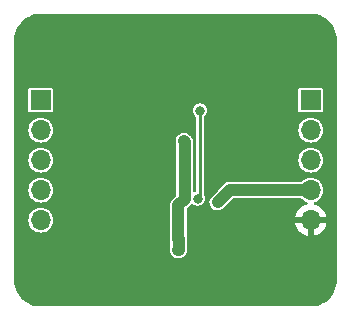
<source format=gbr>
%TF.GenerationSoftware,KiCad,Pcbnew,7.0.10*%
%TF.CreationDate,2024-05-08T17:05:56+09:00*%
%TF.ProjectId,CANFD_Module_withMCP2517FD&MCP2562FD,43414e46-445f-44d6-9f64-756c655f7769,rev?*%
%TF.SameCoordinates,Original*%
%TF.FileFunction,Copper,L2,Bot*%
%TF.FilePolarity,Positive*%
%FSLAX46Y46*%
G04 Gerber Fmt 4.6, Leading zero omitted, Abs format (unit mm)*
G04 Created by KiCad (PCBNEW 7.0.10) date 2024-05-08 17:05:56*
%MOMM*%
%LPD*%
G01*
G04 APERTURE LIST*
%TA.AperFunction,ComponentPad*%
%ADD10R,1.700000X1.700000*%
%TD*%
%TA.AperFunction,ComponentPad*%
%ADD11O,1.700000X1.700000*%
%TD*%
%TA.AperFunction,ViaPad*%
%ADD12C,0.800000*%
%TD*%
%TA.AperFunction,Conductor*%
%ADD13C,0.250000*%
%TD*%
%TA.AperFunction,Conductor*%
%ADD14C,1.000000*%
%TD*%
G04 APERTURE END LIST*
D10*
%TO.P,J2,1,Pin_1*%
%TO.N,CANH*%
X139700000Y-71125000D03*
D11*
%TO.P,J2,2,Pin_2*%
%TO.N,CANL*%
X139700000Y-73665000D03*
%TO.P,J2,3,Pin_3*%
%TO.N,unconnected-(J2-Pin_3-Pad3)*%
X139700000Y-76205000D03*
%TO.P,J2,4,Pin_4*%
%TO.N,+5V*%
X139700000Y-78745000D03*
%TO.P,J2,5,Pin_5*%
%TO.N,GND*%
X139700000Y-81285000D03*
%TD*%
%TO.P,J1,5,Pin_5*%
%TO.N,SPI_CS*%
X116840000Y-81285000D03*
%TO.P,J1,4,Pin_4*%
%TO.N,SPI_MISO*%
X116840000Y-78745000D03*
%TO.P,J1,3,Pin_3*%
%TO.N,SPI_MOSI*%
X116840000Y-76205000D03*
%TO.P,J1,2,Pin_2*%
%TO.N,SPI_SCK*%
X116840000Y-73665000D03*
D10*
%TO.P,J1,1,Pin_1*%
%TO.N,INT*%
X116840000Y-71125000D03*
%TD*%
D12*
%TO.N,CANTX*%
X130132000Y-79465000D03*
X130302000Y-72009000D03*
%TO.N,+5V*%
X131826000Y-79756000D03*
X132334000Y-79248000D03*
%TO.N,+3V3*%
X128492000Y-83820000D03*
X128492000Y-82889997D03*
X129032000Y-75438000D03*
X128966000Y-74596000D03*
X128492000Y-81959994D03*
%TO.N,+5V*%
X132842000Y-78740000D03*
%TD*%
D13*
%TO.N,CANTX*%
X130317259Y-79279741D02*
X130317259Y-73040259D01*
X130132000Y-79465000D02*
X130317259Y-79279741D01*
X130317259Y-72024259D02*
X130302000Y-72009000D01*
X130317259Y-73040259D02*
X130317259Y-72024259D01*
D14*
%TO.N,+3V3*%
X129032000Y-79502000D02*
X129032000Y-75438000D01*
X128492000Y-80042000D02*
X129032000Y-79502000D01*
X128492000Y-81959994D02*
X128492000Y-80042000D01*
X128492000Y-81959994D02*
X128492000Y-82889997D01*
X128492000Y-82889997D02*
X128524000Y-82921997D01*
X128524000Y-82921997D02*
X128524000Y-83788000D01*
X128524000Y-83788000D02*
X128492000Y-83820000D01*
%TO.N,+5V*%
X132334000Y-79248000D02*
X131826000Y-79756000D01*
X132842000Y-78740000D02*
X132334000Y-79248000D01*
%TO.N,+3V3*%
X129032000Y-75438000D02*
X129032000Y-74662000D01*
X129032000Y-74662000D02*
X128966000Y-74596000D01*
%TO.N,+5V*%
X139700000Y-78745000D02*
X132847000Y-78745000D01*
%TD*%
%TA.AperFunction,Conductor*%
%TO.N,GND*%
G36*
X139703736Y-63800726D02*
G01*
X139962457Y-63816375D01*
X139977320Y-63818180D01*
X140228575Y-63864225D01*
X140243097Y-63867804D01*
X140486990Y-63943803D01*
X140500967Y-63949104D01*
X140733915Y-64053946D01*
X140747161Y-64060898D01*
X140965768Y-64193051D01*
X140978079Y-64201549D01*
X141179161Y-64359086D01*
X141190369Y-64369016D01*
X141370983Y-64549630D01*
X141380913Y-64560838D01*
X141538446Y-64761914D01*
X141546952Y-64774237D01*
X141679098Y-64992832D01*
X141686057Y-65006091D01*
X141790893Y-65239028D01*
X141796199Y-65253018D01*
X141872191Y-65496886D01*
X141875774Y-65511424D01*
X141921819Y-65762679D01*
X141923624Y-65777544D01*
X141939274Y-66036263D01*
X141939500Y-66043750D01*
X141939500Y-86356249D01*
X141939274Y-86363736D01*
X141923624Y-86622455D01*
X141921819Y-86637320D01*
X141875774Y-86888575D01*
X141872191Y-86903113D01*
X141796203Y-87146970D01*
X141790893Y-87160971D01*
X141686057Y-87393908D01*
X141679098Y-87407167D01*
X141546952Y-87625762D01*
X141538446Y-87638085D01*
X141380913Y-87839161D01*
X141370983Y-87850369D01*
X141190369Y-88030983D01*
X141179161Y-88040913D01*
X140978085Y-88198446D01*
X140965762Y-88206952D01*
X140747167Y-88339098D01*
X140733908Y-88346057D01*
X140500971Y-88450893D01*
X140486975Y-88456200D01*
X140243113Y-88532191D01*
X140228575Y-88535774D01*
X139977320Y-88581819D01*
X139962455Y-88583624D01*
X139703736Y-88599274D01*
X139696249Y-88599500D01*
X116843751Y-88599500D01*
X116836264Y-88599274D01*
X116577544Y-88583624D01*
X116562679Y-88581819D01*
X116311424Y-88535774D01*
X116296890Y-88532192D01*
X116053018Y-88456199D01*
X116039028Y-88450893D01*
X115806091Y-88346057D01*
X115792832Y-88339098D01*
X115574237Y-88206952D01*
X115561914Y-88198446D01*
X115360838Y-88040913D01*
X115349630Y-88030983D01*
X115169016Y-87850369D01*
X115159086Y-87839161D01*
X115001553Y-87638085D01*
X114993051Y-87625768D01*
X114860898Y-87407161D01*
X114853946Y-87393915D01*
X114749104Y-87160967D01*
X114743803Y-87146990D01*
X114667804Y-86903097D01*
X114664225Y-86888575D01*
X114618180Y-86637320D01*
X114616375Y-86622455D01*
X114600726Y-86363736D01*
X114600500Y-86356249D01*
X114600500Y-83777394D01*
X127787642Y-83777394D01*
X127797914Y-83947196D01*
X127848522Y-84109606D01*
X127905189Y-84203345D01*
X127936530Y-84255188D01*
X128056811Y-84375469D01*
X128056813Y-84375470D01*
X128056815Y-84375472D01*
X128202394Y-84463478D01*
X128364804Y-84514086D01*
X128534606Y-84524358D01*
X128701932Y-84493695D01*
X128857057Y-84423878D01*
X128957367Y-84345290D01*
X129001730Y-84300925D01*
X129007132Y-84295839D01*
X129052183Y-84255929D01*
X129086362Y-84206411D01*
X129090789Y-84200396D01*
X129127878Y-84153056D01*
X129132037Y-84143813D01*
X129143061Y-84124268D01*
X129148818Y-84115930D01*
X129170145Y-84059694D01*
X129173013Y-84052770D01*
X129197693Y-83997936D01*
X129197693Y-83997934D01*
X129197695Y-83997931D01*
X129199522Y-83987959D01*
X129205546Y-83966347D01*
X129209140Y-83956872D01*
X129216387Y-83897184D01*
X129217514Y-83889777D01*
X129228358Y-83830606D01*
X129224726Y-83770565D01*
X129224500Y-83763078D01*
X129224500Y-82946917D01*
X129224726Y-82939429D01*
X129228358Y-82879391D01*
X129217514Y-82820218D01*
X129216387Y-82812812D01*
X129216128Y-82810686D01*
X129209140Y-82753125D01*
X129205548Y-82743653D01*
X129199521Y-82722031D01*
X129196343Y-82704687D01*
X129196774Y-82704608D01*
X129192500Y-82676523D01*
X129192500Y-80383518D01*
X129212185Y-80316479D01*
X129228815Y-80295841D01*
X129509731Y-80014924D01*
X129515151Y-80009822D01*
X129560183Y-79969929D01*
X129570389Y-79955141D01*
X129624668Y-79911152D01*
X129694116Y-79903489D01*
X129747926Y-79927204D01*
X129829157Y-79989535D01*
X129829158Y-79989535D01*
X129829159Y-79989536D01*
X129975238Y-80050044D01*
X130046547Y-80059432D01*
X130131999Y-80070682D01*
X130132000Y-80070682D01*
X130132001Y-80070682D01*
X130189075Y-80063168D01*
X130288762Y-80050044D01*
X130434841Y-79989536D01*
X130560282Y-79893282D01*
X130656536Y-79767841D01*
X130679088Y-79713395D01*
X131121642Y-79713395D01*
X131122056Y-79720231D01*
X131131914Y-79883196D01*
X131182522Y-80045606D01*
X131222295Y-80111399D01*
X131270530Y-80191188D01*
X131390811Y-80311469D01*
X131390813Y-80311470D01*
X131390815Y-80311472D01*
X131536394Y-80399478D01*
X131698804Y-80450086D01*
X131868606Y-80460358D01*
X132035932Y-80429695D01*
X132191057Y-80359878D01*
X132291367Y-80281290D01*
X132793993Y-79778661D01*
X132794002Y-79778654D01*
X132799364Y-79773291D01*
X132799367Y-79773290D01*
X133090838Y-79481817D01*
X133152159Y-79448334D01*
X133178518Y-79445500D01*
X138857265Y-79445500D01*
X138924304Y-79465185D01*
X138949119Y-79487274D01*
X138949287Y-79487107D01*
X138952165Y-79489985D01*
X138953114Y-79490830D01*
X138953590Y-79491410D01*
X139113550Y-79622685D01*
X139296046Y-79720232D01*
X139362551Y-79740405D01*
X139420989Y-79778702D01*
X139449446Y-79842514D01*
X139438887Y-79911581D01*
X139392663Y-79963975D01*
X139358650Y-79978841D01*
X139236514Y-80011567D01*
X139236507Y-80011570D01*
X139022422Y-80111399D01*
X139022420Y-80111400D01*
X138828926Y-80246886D01*
X138828920Y-80246891D01*
X138661891Y-80413920D01*
X138661886Y-80413926D01*
X138526400Y-80607420D01*
X138526399Y-80607422D01*
X138426570Y-80821507D01*
X138426567Y-80821513D01*
X138369364Y-81034999D01*
X138369364Y-81035000D01*
X139266314Y-81035000D01*
X139240507Y-81075156D01*
X139200000Y-81213111D01*
X139200000Y-81356889D01*
X139240507Y-81494844D01*
X139266314Y-81535000D01*
X138369364Y-81535000D01*
X138426567Y-81748486D01*
X138426570Y-81748492D01*
X138526399Y-81962578D01*
X138661894Y-82156082D01*
X138828917Y-82323105D01*
X139022421Y-82458600D01*
X139236507Y-82558429D01*
X139236516Y-82558433D01*
X139450000Y-82615634D01*
X139450000Y-81720501D01*
X139557685Y-81769680D01*
X139664237Y-81785000D01*
X139735763Y-81785000D01*
X139842315Y-81769680D01*
X139950000Y-81720501D01*
X139950000Y-82615633D01*
X140163483Y-82558433D01*
X140163492Y-82558429D01*
X140377578Y-82458600D01*
X140571082Y-82323105D01*
X140738105Y-82156082D01*
X140873600Y-81962578D01*
X140973429Y-81748492D01*
X140973432Y-81748486D01*
X141030636Y-81535000D01*
X140133686Y-81535000D01*
X140159493Y-81494844D01*
X140200000Y-81356889D01*
X140200000Y-81213111D01*
X140159493Y-81075156D01*
X140133686Y-81035000D01*
X141030636Y-81035000D01*
X141030635Y-81034999D01*
X140973432Y-80821513D01*
X140973429Y-80821507D01*
X140873600Y-80607422D01*
X140873599Y-80607420D01*
X140738113Y-80413926D01*
X140738108Y-80413920D01*
X140571082Y-80246894D01*
X140377578Y-80111399D01*
X140163492Y-80011570D01*
X140163486Y-80011567D01*
X140041349Y-79978841D01*
X139981689Y-79942476D01*
X139951160Y-79879629D01*
X139959455Y-79810253D01*
X140003940Y-79756375D01*
X140037444Y-79740407D01*
X140103954Y-79720232D01*
X140286450Y-79622685D01*
X140446410Y-79491410D01*
X140577685Y-79331450D01*
X140675232Y-79148954D01*
X140735300Y-78950934D01*
X140755583Y-78745000D01*
X140735300Y-78539066D01*
X140675232Y-78341046D01*
X140577685Y-78158550D01*
X140501982Y-78066305D01*
X140446410Y-77998589D01*
X140286452Y-77867317D01*
X140286453Y-77867317D01*
X140286450Y-77867315D01*
X140103954Y-77769768D01*
X139905934Y-77709700D01*
X139905932Y-77709699D01*
X139905934Y-77709699D01*
X139700000Y-77689417D01*
X139494067Y-77709699D01*
X139296043Y-77769769D01*
X139185898Y-77828643D01*
X139113550Y-77867315D01*
X139113548Y-77867316D01*
X139113547Y-77867317D01*
X138953591Y-77998588D01*
X138953115Y-77999169D01*
X138952787Y-77999391D01*
X138949287Y-78002893D01*
X138948622Y-78002228D01*
X138895368Y-78038501D01*
X138857265Y-78044500D01*
X132949570Y-78044500D01*
X132942083Y-78044274D01*
X132799395Y-78035643D01*
X132799391Y-78035643D01*
X132632068Y-78066305D01*
X132632064Y-78066307D01*
X132476944Y-78136122D01*
X132376629Y-78214713D01*
X131808706Y-78782637D01*
X131300712Y-79290629D01*
X131222121Y-79390944D01*
X131152306Y-79546064D01*
X131152304Y-79546068D01*
X131121642Y-79713392D01*
X131121642Y-79713395D01*
X130679088Y-79713395D01*
X130717044Y-79621762D01*
X130737682Y-79465000D01*
X130717044Y-79308238D01*
X130656536Y-79162159D01*
X130656535Y-79162158D01*
X130653426Y-79154651D01*
X130655777Y-79153676D01*
X130642759Y-79105070D01*
X130642759Y-76205000D01*
X138644417Y-76205000D01*
X138664699Y-76410932D01*
X138664700Y-76410934D01*
X138724768Y-76608954D01*
X138822315Y-76791450D01*
X138822317Y-76791452D01*
X138953589Y-76951410D01*
X139050209Y-77030702D01*
X139113550Y-77082685D01*
X139296046Y-77180232D01*
X139494066Y-77240300D01*
X139494065Y-77240300D01*
X139512529Y-77242118D01*
X139700000Y-77260583D01*
X139905934Y-77240300D01*
X140103954Y-77180232D01*
X140286450Y-77082685D01*
X140446410Y-76951410D01*
X140577685Y-76791450D01*
X140675232Y-76608954D01*
X140735300Y-76410934D01*
X140755583Y-76205000D01*
X140735300Y-75999066D01*
X140675232Y-75801046D01*
X140577685Y-75618550D01*
X140525702Y-75555209D01*
X140446410Y-75458589D01*
X140286452Y-75327317D01*
X140286453Y-75327317D01*
X140286450Y-75327315D01*
X140103954Y-75229768D01*
X139905934Y-75169700D01*
X139905932Y-75169699D01*
X139905934Y-75169699D01*
X139700000Y-75149417D01*
X139494067Y-75169699D01*
X139296043Y-75229769D01*
X139185898Y-75288643D01*
X139113550Y-75327315D01*
X139113548Y-75327316D01*
X139113547Y-75327317D01*
X138953589Y-75458589D01*
X138822317Y-75618547D01*
X138724769Y-75801043D01*
X138664699Y-75999067D01*
X138644417Y-76205000D01*
X130642759Y-76205000D01*
X130642759Y-73665000D01*
X138644417Y-73665000D01*
X138664699Y-73870932D01*
X138680283Y-73922304D01*
X138724768Y-74068954D01*
X138822315Y-74251450D01*
X138822317Y-74251452D01*
X138953589Y-74411410D01*
X139050209Y-74490702D01*
X139113550Y-74542685D01*
X139296046Y-74640232D01*
X139494066Y-74700300D01*
X139494065Y-74700300D01*
X139512529Y-74702118D01*
X139700000Y-74720583D01*
X139905934Y-74700300D01*
X140103954Y-74640232D01*
X140286450Y-74542685D01*
X140446410Y-74411410D01*
X140577685Y-74251450D01*
X140675232Y-74068954D01*
X140735300Y-73870934D01*
X140755583Y-73665000D01*
X140735300Y-73459066D01*
X140675232Y-73261046D01*
X140577685Y-73078550D01*
X140522892Y-73011784D01*
X140446410Y-72918589D01*
X140286452Y-72787317D01*
X140286453Y-72787317D01*
X140286450Y-72787315D01*
X140103954Y-72689768D01*
X139905934Y-72629700D01*
X139905932Y-72629699D01*
X139905934Y-72629699D01*
X139700000Y-72609417D01*
X139494067Y-72629699D01*
X139296043Y-72689769D01*
X139185898Y-72748643D01*
X139113550Y-72787315D01*
X139113548Y-72787316D01*
X139113547Y-72787317D01*
X138953589Y-72918589D01*
X138822317Y-73078547D01*
X138724769Y-73261043D01*
X138664699Y-73459067D01*
X138644417Y-73665000D01*
X130642759Y-73665000D01*
X130642759Y-72565590D01*
X130662444Y-72498551D01*
X130691273Y-72467214D01*
X130730282Y-72437282D01*
X130826536Y-72311841D01*
X130887044Y-72165762D01*
X130907682Y-72009000D01*
X130905806Y-71994752D01*
X138649500Y-71994752D01*
X138661131Y-72053229D01*
X138661132Y-72053230D01*
X138705447Y-72119552D01*
X138771769Y-72163867D01*
X138771770Y-72163868D01*
X138830247Y-72175499D01*
X138830250Y-72175500D01*
X138830252Y-72175500D01*
X140569750Y-72175500D01*
X140569751Y-72175499D01*
X140584568Y-72172552D01*
X140628229Y-72163868D01*
X140628229Y-72163867D01*
X140628231Y-72163867D01*
X140694552Y-72119552D01*
X140738867Y-72053231D01*
X140738867Y-72053229D01*
X140738868Y-72053229D01*
X140750499Y-71994752D01*
X140750500Y-71994750D01*
X140750500Y-70255249D01*
X140750499Y-70255247D01*
X140738868Y-70196770D01*
X140738867Y-70196769D01*
X140694552Y-70130447D01*
X140628230Y-70086132D01*
X140628229Y-70086131D01*
X140569752Y-70074500D01*
X140569748Y-70074500D01*
X138830252Y-70074500D01*
X138830247Y-70074500D01*
X138771770Y-70086131D01*
X138771769Y-70086132D01*
X138705447Y-70130447D01*
X138661132Y-70196769D01*
X138661131Y-70196770D01*
X138649500Y-70255247D01*
X138649500Y-71994752D01*
X130905806Y-71994752D01*
X130887044Y-71852238D01*
X130826536Y-71706159D01*
X130730282Y-71580718D01*
X130604841Y-71484464D01*
X130458762Y-71423956D01*
X130458760Y-71423955D01*
X130302001Y-71403318D01*
X130301999Y-71403318D01*
X130145239Y-71423955D01*
X130145237Y-71423956D01*
X129999160Y-71484463D01*
X129873718Y-71580718D01*
X129777463Y-71706160D01*
X129716956Y-71852237D01*
X129716955Y-71852239D01*
X129696318Y-72008998D01*
X129696318Y-72009001D01*
X129716955Y-72165760D01*
X129716956Y-72165762D01*
X129777464Y-72311841D01*
X129873718Y-72437282D01*
X129873719Y-72437283D01*
X129943245Y-72490631D01*
X129984448Y-72547058D01*
X129991759Y-72589007D01*
X129991759Y-78790258D01*
X129972074Y-78857297D01*
X129919270Y-78903052D01*
X129915215Y-78904818D01*
X129903956Y-78909482D01*
X129834487Y-78916952D01*
X129772007Y-78885679D01*
X129736353Y-78825591D01*
X129732500Y-78794922D01*
X129732500Y-74686908D01*
X129732726Y-74679421D01*
X129736357Y-74619394D01*
X129725512Y-74560217D01*
X129724388Y-74552826D01*
X129723156Y-74542682D01*
X129717140Y-74493128D01*
X129713548Y-74483656D01*
X129707522Y-74462042D01*
X129705695Y-74452068D01*
X129681006Y-74397212D01*
X129678142Y-74390297D01*
X129656819Y-74334071D01*
X129654723Y-74331035D01*
X129651063Y-74325733D01*
X129640036Y-74306182D01*
X129635879Y-74296946D01*
X129635878Y-74296943D01*
X129598785Y-74249597D01*
X129594355Y-74243577D01*
X129560183Y-74194071D01*
X129515152Y-74154177D01*
X129509732Y-74149075D01*
X129431367Y-74070710D01*
X129331057Y-73992122D01*
X129243071Y-73952522D01*
X129175935Y-73922306D01*
X129175931Y-73922304D01*
X129008607Y-73891642D01*
X129008603Y-73891642D01*
X128881254Y-73899346D01*
X128838804Y-73901914D01*
X128757599Y-73927218D01*
X128676393Y-73952522D01*
X128530811Y-74040530D01*
X128410530Y-74160811D01*
X128322522Y-74306393D01*
X128297218Y-74387599D01*
X128277131Y-74452064D01*
X128271914Y-74468805D01*
X128261642Y-74638603D01*
X128261642Y-74638605D01*
X128292304Y-74805931D01*
X128292305Y-74805932D01*
X128320575Y-74868745D01*
X128331500Y-74919636D01*
X128331500Y-79160480D01*
X128311815Y-79227519D01*
X128295181Y-79248161D01*
X128014290Y-79529051D01*
X128008838Y-79534183D01*
X127963819Y-79574068D01*
X127929649Y-79623569D01*
X127925213Y-79629597D01*
X127888124Y-79676938D01*
X127888119Y-79676948D01*
X127883960Y-79686188D01*
X127872942Y-79705723D01*
X127867187Y-79714061D01*
X127867179Y-79714076D01*
X127845853Y-79770305D01*
X127842989Y-79777220D01*
X127818305Y-79832068D01*
X127816477Y-79842042D01*
X127810453Y-79863653D01*
X127806860Y-79873127D01*
X127806860Y-79873128D01*
X127799610Y-79932827D01*
X127798483Y-79940227D01*
X127787642Y-79999389D01*
X127787642Y-79999395D01*
X127791274Y-80059432D01*
X127791500Y-80066920D01*
X127791500Y-82865075D01*
X127791274Y-82872563D01*
X127787642Y-82932600D01*
X127787642Y-82932602D01*
X127798483Y-82991767D01*
X127799610Y-82999168D01*
X127806859Y-83058868D01*
X127806860Y-83058871D01*
X127810451Y-83068340D01*
X127816474Y-83089944D01*
X127819656Y-83107300D01*
X127819223Y-83107379D01*
X127823500Y-83135472D01*
X127823500Y-83574524D01*
X127819225Y-83602610D01*
X127819657Y-83602690D01*
X127789578Y-83766831D01*
X127787642Y-83777394D01*
X114600500Y-83777394D01*
X114600500Y-81285000D01*
X115784417Y-81285000D01*
X115804699Y-81490932D01*
X115804700Y-81490934D01*
X115864768Y-81688954D01*
X115962315Y-81871450D01*
X115962317Y-81871452D01*
X116093589Y-82031410D01*
X116190209Y-82110702D01*
X116253550Y-82162685D01*
X116436046Y-82260232D01*
X116634066Y-82320300D01*
X116634065Y-82320300D01*
X116652529Y-82322118D01*
X116840000Y-82340583D01*
X117045934Y-82320300D01*
X117243954Y-82260232D01*
X117426450Y-82162685D01*
X117586410Y-82031410D01*
X117717685Y-81871450D01*
X117815232Y-81688954D01*
X117875300Y-81490934D01*
X117895583Y-81285000D01*
X117875300Y-81079066D01*
X117815232Y-80881046D01*
X117717685Y-80698550D01*
X117642897Y-80607420D01*
X117586410Y-80538589D01*
X117453718Y-80429693D01*
X117426450Y-80407315D01*
X117243954Y-80309768D01*
X117045934Y-80249700D01*
X117045932Y-80249699D01*
X117045934Y-80249699D01*
X116840000Y-80229417D01*
X116634067Y-80249699D01*
X116436043Y-80309769D01*
X116325898Y-80368643D01*
X116253550Y-80407315D01*
X116253548Y-80407316D01*
X116253547Y-80407317D01*
X116093589Y-80538589D01*
X115962317Y-80698547D01*
X115864769Y-80881043D01*
X115804699Y-81079067D01*
X115784417Y-81285000D01*
X114600500Y-81285000D01*
X114600500Y-78745000D01*
X115784417Y-78745000D01*
X115804699Y-78950932D01*
X115804700Y-78950934D01*
X115864768Y-79148954D01*
X115962315Y-79331450D01*
X115962317Y-79331452D01*
X116093589Y-79491410D01*
X116145709Y-79534183D01*
X116253550Y-79622685D01*
X116436046Y-79720232D01*
X116634066Y-79780300D01*
X116634065Y-79780300D01*
X116652529Y-79782118D01*
X116840000Y-79800583D01*
X117045934Y-79780300D01*
X117243954Y-79720232D01*
X117426450Y-79622685D01*
X117586410Y-79491410D01*
X117717685Y-79331450D01*
X117815232Y-79148954D01*
X117875300Y-78950934D01*
X117895583Y-78745000D01*
X117875300Y-78539066D01*
X117815232Y-78341046D01*
X117717685Y-78158550D01*
X117641982Y-78066305D01*
X117586410Y-77998589D01*
X117426452Y-77867317D01*
X117426453Y-77867317D01*
X117426450Y-77867315D01*
X117243954Y-77769768D01*
X117045934Y-77709700D01*
X117045932Y-77709699D01*
X117045934Y-77709699D01*
X116840000Y-77689417D01*
X116634067Y-77709699D01*
X116436043Y-77769769D01*
X116325898Y-77828643D01*
X116253550Y-77867315D01*
X116253548Y-77867316D01*
X116253547Y-77867317D01*
X116093589Y-77998589D01*
X115962317Y-78158547D01*
X115864769Y-78341043D01*
X115804699Y-78539067D01*
X115784417Y-78745000D01*
X114600500Y-78745000D01*
X114600500Y-76205000D01*
X115784417Y-76205000D01*
X115804699Y-76410932D01*
X115804700Y-76410934D01*
X115864768Y-76608954D01*
X115962315Y-76791450D01*
X115962317Y-76791452D01*
X116093589Y-76951410D01*
X116190209Y-77030702D01*
X116253550Y-77082685D01*
X116436046Y-77180232D01*
X116634066Y-77240300D01*
X116634065Y-77240300D01*
X116652529Y-77242118D01*
X116840000Y-77260583D01*
X117045934Y-77240300D01*
X117243954Y-77180232D01*
X117426450Y-77082685D01*
X117586410Y-76951410D01*
X117717685Y-76791450D01*
X117815232Y-76608954D01*
X117875300Y-76410934D01*
X117895583Y-76205000D01*
X117875300Y-75999066D01*
X117815232Y-75801046D01*
X117717685Y-75618550D01*
X117665702Y-75555209D01*
X117586410Y-75458589D01*
X117426452Y-75327317D01*
X117426453Y-75327317D01*
X117426450Y-75327315D01*
X117243954Y-75229768D01*
X117045934Y-75169700D01*
X117045932Y-75169699D01*
X117045934Y-75169699D01*
X116840000Y-75149417D01*
X116634067Y-75169699D01*
X116436043Y-75229769D01*
X116325898Y-75288643D01*
X116253550Y-75327315D01*
X116253548Y-75327316D01*
X116253547Y-75327317D01*
X116093589Y-75458589D01*
X115962317Y-75618547D01*
X115864769Y-75801043D01*
X115804699Y-75999067D01*
X115784417Y-76205000D01*
X114600500Y-76205000D01*
X114600500Y-73665000D01*
X115784417Y-73665000D01*
X115804699Y-73870932D01*
X115820283Y-73922304D01*
X115864768Y-74068954D01*
X115962315Y-74251450D01*
X115962317Y-74251452D01*
X116093589Y-74411410D01*
X116190209Y-74490702D01*
X116253550Y-74542685D01*
X116436046Y-74640232D01*
X116634066Y-74700300D01*
X116634065Y-74700300D01*
X116652529Y-74702118D01*
X116840000Y-74720583D01*
X117045934Y-74700300D01*
X117243954Y-74640232D01*
X117426450Y-74542685D01*
X117586410Y-74411410D01*
X117717685Y-74251450D01*
X117815232Y-74068954D01*
X117875300Y-73870934D01*
X117895583Y-73665000D01*
X117875300Y-73459066D01*
X117815232Y-73261046D01*
X117717685Y-73078550D01*
X117662892Y-73011784D01*
X117586410Y-72918589D01*
X117426452Y-72787317D01*
X117426453Y-72787317D01*
X117426450Y-72787315D01*
X117243954Y-72689768D01*
X117045934Y-72629700D01*
X117045932Y-72629699D01*
X117045934Y-72629699D01*
X116840000Y-72609417D01*
X116634067Y-72629699D01*
X116436043Y-72689769D01*
X116325898Y-72748643D01*
X116253550Y-72787315D01*
X116253548Y-72787316D01*
X116253547Y-72787317D01*
X116093589Y-72918589D01*
X115962317Y-73078547D01*
X115864769Y-73261043D01*
X115804699Y-73459067D01*
X115784417Y-73665000D01*
X114600500Y-73665000D01*
X114600500Y-71994752D01*
X115789500Y-71994752D01*
X115801131Y-72053229D01*
X115801132Y-72053230D01*
X115845447Y-72119552D01*
X115911769Y-72163867D01*
X115911770Y-72163868D01*
X115970247Y-72175499D01*
X115970250Y-72175500D01*
X115970252Y-72175500D01*
X117709750Y-72175500D01*
X117709751Y-72175499D01*
X117724568Y-72172552D01*
X117768229Y-72163868D01*
X117768229Y-72163867D01*
X117768231Y-72163867D01*
X117834552Y-72119552D01*
X117878867Y-72053231D01*
X117878867Y-72053229D01*
X117878868Y-72053229D01*
X117890499Y-71994752D01*
X117890500Y-71994750D01*
X117890500Y-70255249D01*
X117890499Y-70255247D01*
X117878868Y-70196770D01*
X117878867Y-70196769D01*
X117834552Y-70130447D01*
X117768230Y-70086132D01*
X117768229Y-70086131D01*
X117709752Y-70074500D01*
X117709748Y-70074500D01*
X115970252Y-70074500D01*
X115970247Y-70074500D01*
X115911770Y-70086131D01*
X115911769Y-70086132D01*
X115845447Y-70130447D01*
X115801132Y-70196769D01*
X115801131Y-70196770D01*
X115789500Y-70255247D01*
X115789500Y-71994752D01*
X114600500Y-71994752D01*
X114600500Y-66043750D01*
X114600726Y-66036263D01*
X114616375Y-65777544D01*
X114618180Y-65762679D01*
X114664225Y-65511424D01*
X114667803Y-65496906D01*
X114743805Y-65253004D01*
X114749102Y-65239038D01*
X114853949Y-65006077D01*
X114860894Y-64992845D01*
X114993056Y-64774223D01*
X115001543Y-64761927D01*
X115159093Y-64560829D01*
X115169008Y-64549638D01*
X115349638Y-64369008D01*
X115360829Y-64359093D01*
X115561927Y-64201543D01*
X115574223Y-64193056D01*
X115792845Y-64060894D01*
X115806077Y-64053949D01*
X116039038Y-63949102D01*
X116053004Y-63943805D01*
X116296906Y-63867803D01*
X116311420Y-63864225D01*
X116562683Y-63818179D01*
X116577540Y-63816375D01*
X116836264Y-63800726D01*
X116843751Y-63800500D01*
X116887595Y-63800500D01*
X139652405Y-63800500D01*
X139696249Y-63800500D01*
X139703736Y-63800726D01*
G37*
%TD.AperFunction*%
%TD*%
M02*

</source>
